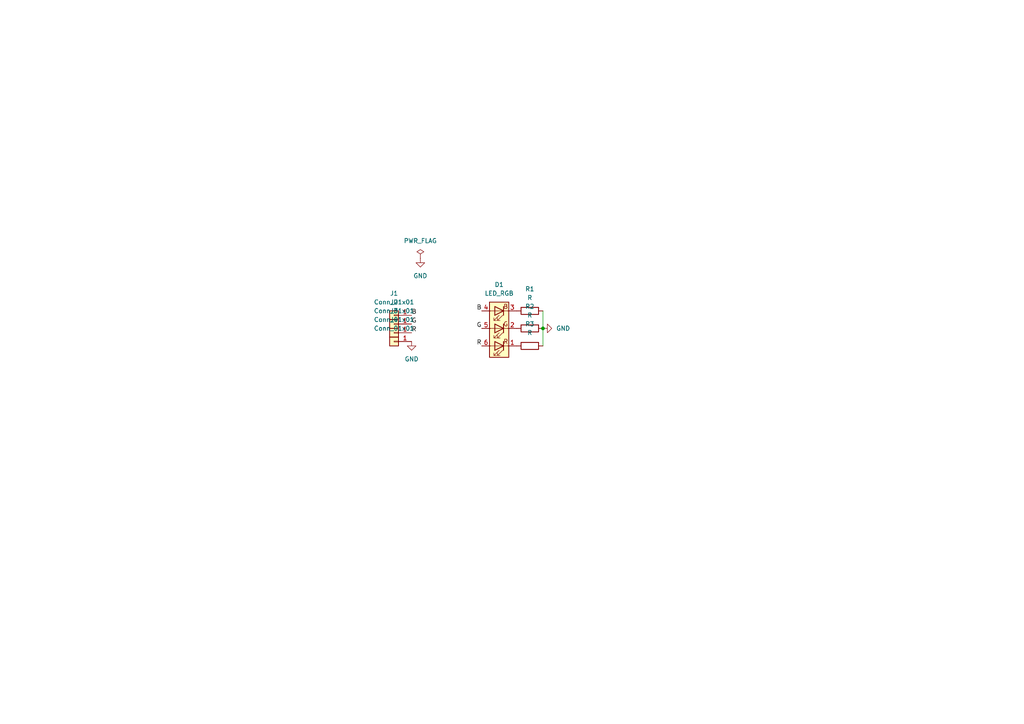
<source format=kicad_sch>
(kicad_sch (version 20230121) (generator eeschema)
  (paper "A4")
  (lib_symbols
    (symbol "Connector_Generic:Conn_01x01" (pin_names (offset 1.016) hide)
      (property "Reference" "J" (at 0 2.54 0))
      (property "Value" "Conn_01x01" (at 0 -2.54 0))
      (symbol "Conn_01x01_1_1"
        (rectangle (start -1.27 0.127) (end 0 -0.127) (stroke (width 0.1524)))
        (rectangle (start -1.27 1.27) (end 1.27 -1.27) (stroke (width 0.254)) (fill (type background)))
        (pin passive line (at -5.08 0 0) (length 3.81) (name "Pin_1") (number "1"))
      )
    )
    (symbol "Device:LED_RGB" (pin_names (offset 0) hide)
      (property "Reference" "D" (at 0 9.398 0))
      (property "Value" "LED_RGB" (at 0 -8.89 0))
      (symbol "LED_RGB_0_0"
        (text "B" (at -1.905 -6.35 0) (effects (font (size 1.27 1.27))))
        (text "G" (at -1.905 -1.27 0) (effects (font (size 1.27 1.27))))
        (text "R" (at -1.905 3.81 0) (effects (font (size 1.27 1.27))))
      )
      (symbol "LED_RGB_0_1"
        (polyline (pts (xy -1.27 -5.08) (xy -2.54 -5.08)))
        (polyline (pts (xy -1.27 -5.08) (xy 1.27 -5.08)))
        (polyline (pts (xy -1.27 -3.81) (xy -1.27 -6.35)) (stroke (width 0.254)))
        (polyline (pts (xy -1.27 0) (xy -2.54 0)))
        (polyline (pts (xy -1.27 1.27) (xy -1.27 -1.27)) (stroke (width 0.254)))
        (polyline (pts (xy -1.27 5.08) (xy -2.54 5.08)))
        (polyline (pts (xy -1.27 5.08) (xy 1.27 5.08)))
        (polyline (pts (xy -1.27 6.35) (xy -1.27 3.81)) (stroke (width 0.254)))
        (polyline (pts (xy 1.27 -5.08) (xy 2.54 -5.08)))
        (polyline (pts (xy 1.27 0) (xy -1.27 0)))
        (polyline (pts (xy 1.27 0) (xy 2.54 0)))
        (polyline (pts (xy 1.27 5.08) (xy 2.54 5.08)))
        (polyline (pts (xy -1.27 1.27) (xy -1.27 -1.27) (xy -1.27 -1.27)))
        (polyline (pts (xy -1.27 6.35) (xy -1.27 3.81) (xy -1.27 3.81)))
        (polyline (pts (xy 1.27 -3.81) (xy 1.27 -6.35) (xy -1.27 -5.08) (xy 1.27 -3.81)) (stroke (width 0.254)))
        (polyline (pts (xy 1.27 1.27) (xy 1.27 -1.27) (xy -1.27 0) (xy 1.27 1.27)) (stroke (width 0.254)))
        (polyline (pts (xy 1.27 6.35) (xy 1.27 3.81) (xy -1.27 5.08) (xy 1.27 6.35)) (stroke (width 0.254)))
        (polyline (pts (xy -1.016 -3.81) (xy 0.508 -2.286) (xy -0.254 -2.286) (xy 0.508 -2.286) (xy 0.508 -3.048)))
        (polyline (pts (xy -1.016 1.27) (xy 0.508 2.794) (xy -0.254 2.794) (xy 0.508 2.794) (xy 0.508 2.032)))
        (polyline (pts (xy -1.016 6.35) (xy 0.508 7.874) (xy -0.254 7.874) (xy 0.508 7.874) (xy 0.508 7.112)))
        (polyline (pts (xy 0 -3.81) (xy 1.524 -2.286) (xy 0.762 -2.286) (xy 1.524 -2.286) (xy 1.524 -3.048)))
        (polyline (pts (xy 0 1.27) (xy 1.524 2.794) (xy 0.762 2.794) (xy 1.524 2.794) (xy 1.524 2.032)))
        (polyline (pts (xy 0 6.35) (xy 1.524 7.874) (xy 0.762 7.874) (xy 1.524 7.874) (xy 1.524 7.112)))
        (rectangle (start 1.27 -1.27) (end 1.27 1.27))
        (rectangle (start 1.27 1.27) (end 1.27 1.27))
        (rectangle (start 1.27 3.81) (end 1.27 6.35))
        (rectangle (start 1.27 6.35) (end 1.27 6.35))
        (rectangle (start 2.794 8.382) (end -2.794 -7.62) (stroke (width 0.254)) (fill (type background)))
      )
      (symbol "LED_RGB_1_1"
        (pin passive line (at -5.08 5.08 0) (length 2.54) (name "RK") (number "1"))
        (pin passive line (at -5.08 0 0) (length 2.54) (name "GK") (number "2"))
        (pin passive line (at -5.08 -5.08 0) (length 2.54) (name "BK") (number "3"))
        (pin passive line (at 5.08 -5.08 180) (length 2.54) (name "BA") (number "4"))
        (pin passive line (at 5.08 0 180) (length 2.54) (name "GA") (number "5"))
        (pin passive line (at 5.08 5.08 180) (length 2.54) (name "RA") (number "6"))
      )
    )
    (symbol "Device:R" (pin_numbers hide) (pin_names (offset 0))
      (property "Reference" "R" (at 2.032 0 90))
      (property "Value" "R" (at 0 0 90))
      (symbol "R_0_1"
        (rectangle (start -1.016 -2.54) (end 1.016 2.54) (stroke (width 0.254)))
      )
      (symbol "R_1_1"
        (pin passive line (at 0 3.81 270) (length 1.27) (name "~") (number "1"))
        (pin passive line (at 0 -3.81 90) (length 1.27) (name "~") (number "2"))
      )
    )
    (symbol "power:GND" (power) (pin_names (offset 0))
      (property "Value" "GND" (at 0 -3.81 0))
      (symbol "GND_0_1"
        (polyline (pts (xy 0 0) (xy 0 -1.27) (xy 1.27 -1.27) (xy 0 -2.54) (xy -1.27 -1.27) (xy 0 -1.27)))
      )
      (symbol "GND_1_1"
        (pin power_in line (at 0 0 270) (length 0) hide (name "GND") (number "1"))
      )
    )
    (symbol "power:PWR_FLAG" (power) (pin_numbers hide) (pin_names (offset 0) hide)
      (property "Value" "PWR_FLAG" (at 0 3.81 0))
      (symbol "PWR_FLAG_0_0"
        (pin power_out line (at 0 0 90) (length 0) (name "pwr") (number "1"))
      )
      (symbol "PWR_FLAG_0_1"
        (polyline (pts (xy 0 0) (xy 0 1.27) (xy -1.016 1.905) (xy 0 2.54) (xy 1.016 1.905) (xy 0 1.27)))
      )
    )
  )
  (junction (at 157.48 95.25))
  (wire (pts (xy 157.48 90.17) (xy 157.48 95.25)))
  (wire (pts (xy 157.48 95.25) (xy 157.48 100.33)))
  (label "R" (at 139.7 100.33 180))
  (label "G" (at 139.7 95.25 180))
  (label "B" (at 119.38 91.44 0))
  (label "B" (at 139.7 90.17 180))
  (label "G" (at 119.38 93.98 0))
  (label "R" (at 119.38 96.52 0))
  (symbol (lib_id "Connector_Generic:Conn_01x01") (at 114.3 99.06 180) (unit 1)
    (property "Reference" "J4" (at 114.3 92.71 0))
    (property "Value" "Conn_01x01" (at 114.3 95.25 0))
    (property "Footprint" "Connector_Wire:SolderWire-0.1sqmm_1x01_D0.4mm_OD1mm_Relief" (effects hide))
  )
  (symbol (lib_id "Device:R") (at 153.67 100.33 90) (unit 1)
    (property "Reference" "R3" (at 153.67 93.98 90))
    (property "Value" "R" (at 153.67 96.52 90))
    (property "Footprint" "Resistor_SMD:R_0805_2012Metric_Pad1.20x1.40mm_HandSolder" (effects hide))
  )
  (symbol (lib_id "Device:R") (at 153.67 95.25 90) (unit 1)
    (property "Reference" "R2" (at 153.67 88.9 90))
    (property "Value" "R" (at 153.67 91.44 90))
    (property "Footprint" "Resistor_SMD:R_0805_2012Metric_Pad1.20x1.40mm_HandSolder" (effects hide))
  )
  (symbol (lib_id "Connector_Generic:Conn_01x01") (at 114.3 96.52 180) (unit 1)
    (property "Reference" "J3" (at 114.3 90.17 0))
    (property "Value" "Conn_01x01" (at 114.3 92.71 0))
    (property "Footprint" "Connector_Wire:SolderWire-0.1sqmm_1x01_D0.4mm_OD1mm_Relief" (effects hide))
  )
  (symbol (lib_id "Connector_Generic:Conn_01x01") (at 114.3 91.44 180) (unit 1)
    (property "Reference" "J1" (at 114.3 85.09 0))
    (property "Value" "Conn_01x01" (at 114.3 87.63 0))
    (property "Footprint" "Connector_Wire:SolderWire-0.1sqmm_1x01_D0.4mm_OD1mm_Relief" (effects hide))
  )
  (symbol (lib_id "Connector_Generic:Conn_01x01") (at 114.3 93.98 180) (unit 1)
    (property "Reference" "J2" (at 114.3 87.63 0))
    (property "Value" "Conn_01x01" (at 114.3 90.17 0))
    (property "Footprint" "Connector_Wire:SolderWire-0.1sqmm_1x01_D0.4mm_OD1mm_Relief" (effects hide))
  )
  (symbol (lib_id "Device:R") (at 153.67 90.17 90) (unit 1)
    (property "Reference" "R1" (at 153.67 83.82 90))
    (property "Value" "R" (at 153.67 86.36 90))
    (property "Footprint" "Resistor_SMD:R_0805_2012Metric_Pad1.20x1.40mm_HandSolder" (effects hide))
  )
  (symbol (lib_id "power:GND") (at 121.92 74.93 0) (unit 1)
    (property "Reference" "#PWR03" (effects hide))
    (property "Value" "GND" (at 121.92 80.01 0))
  )
  (symbol (lib_id "power:PWR_FLAG") (at 121.92 74.93 0) (unit 1)
    (property "Reference" "#FLG01" (effects hide))
    (property "Value" "PWR_FLAG" (at 121.92 69.85 0))
  )
  (symbol (lib_id "power:GND") (at 157.48 95.25 90) (unit 1)
    (property "Reference" "#PWR01" (effects hide))
    (property "Value" "GND" (at 161.29 95.25 90) (effects (justify right)))
  )
  (symbol (lib_id "Device:LED_RGB") (at 144.78 95.25 180) (unit 1)
    (property "Reference" "D1" (at 144.78 82.55 0))
    (property "Value" "LED_RGB" (at 144.78 85.09 0))
    (property "Footprint" "LED_SMD:LED_Avago_PLCC6_3x2.8mm" (effects hide))
  )
  (symbol (lib_id "power:GND") (at 119.38 99.06 0) (unit 1)
    (property "Reference" "#PWR02" (effects hide))
    (property "Value" "GND" (at 119.38 104.14 0))
  )
)
</source>
